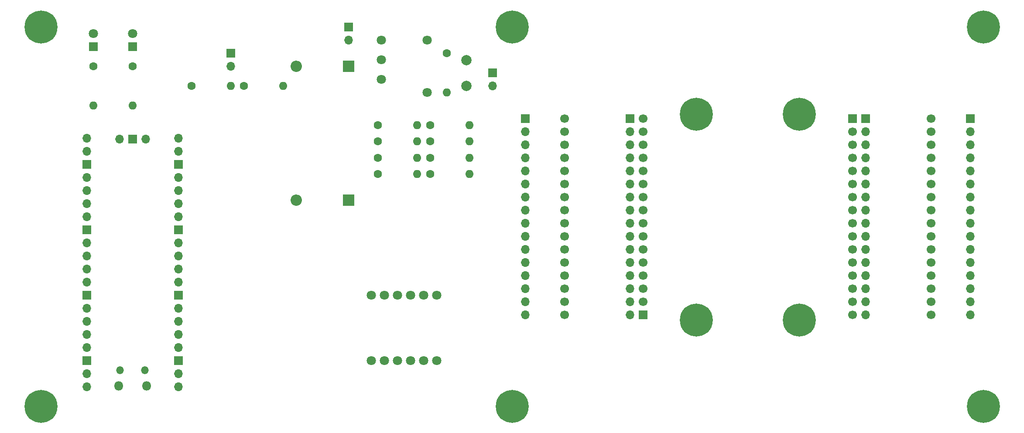
<source format=gbr>
G04 #@! TF.GenerationSoftware,KiCad,Pcbnew,8.0.6*
G04 #@! TF.CreationDate,2025-01-16T18:08:50-08:00*
G04 #@! TF.ProjectId,levitas,6c657669-7461-4732-9e6b-696361645f70,rev?*
G04 #@! TF.SameCoordinates,Original*
G04 #@! TF.FileFunction,Soldermask,Bot*
G04 #@! TF.FilePolarity,Negative*
%FSLAX46Y46*%
G04 Gerber Fmt 4.6, Leading zero omitted, Abs format (unit mm)*
G04 Created by KiCad (PCBNEW 8.0.6) date 2025-01-16 18:08:50*
%MOMM*%
%LPD*%
G01*
G04 APERTURE LIST*
%ADD10C,0.800000*%
%ADD11C,6.400000*%
%ADD12C,1.600000*%
%ADD13O,1.600000X1.600000*%
%ADD14R,1.700000X1.700000*%
%ADD15O,1.700000X1.700000*%
%ADD16C,1.700000*%
%ADD17C,1.800000*%
%ADD18R,1.800000X1.800000*%
%ADD19O,1.800000X1.800000*%
%ADD20O,1.500000X1.500000*%
%ADD21R,2.200000X2.200000*%
%ADD22O,2.200000X2.200000*%
%ADD23C,2.000000*%
G04 APERTURE END LIST*
D10*
G04 #@! TO.C,REF\u002A\u002A*
X238900000Y-132080000D03*
X239602944Y-130382944D03*
X239602944Y-133777056D03*
X241300000Y-129680000D03*
D11*
X241300000Y-132080000D03*
D10*
X241300000Y-134480000D03*
X242997056Y-130382944D03*
X242997056Y-133777056D03*
X243700000Y-132080000D03*
G04 #@! TD*
D12*
G04 #@! TO.C,R2*
X76200000Y-66040000D03*
D13*
X76200000Y-73660000D03*
G04 #@! TD*
D14*
G04 #@! TO.C,JP2*
X146050000Y-67310000D03*
D15*
X146050000Y-69850000D03*
G04 #@! TD*
D12*
G04 #@! TO.C,F4*
X133985000Y-86995000D03*
D13*
X141605000Y-86995000D03*
G04 #@! TD*
D12*
G04 #@! TO.C,F2*
X133985000Y-80645000D03*
D13*
X141605000Y-80645000D03*
G04 #@! TD*
D12*
G04 #@! TO.C,F1*
X133985000Y-77470000D03*
D13*
X141605000Y-77470000D03*
G04 #@! TD*
D12*
G04 #@! TO.C,R8*
X123825000Y-86995000D03*
D13*
X131445000Y-86995000D03*
G04 #@! TD*
D10*
G04 #@! TO.C,REF\u002A\u002A*
X203160000Y-115390000D03*
X203862944Y-113692944D03*
X203862944Y-117087056D03*
X205560000Y-112990000D03*
D11*
X205560000Y-115390000D03*
D10*
X205560000Y-117790000D03*
X207257056Y-113692944D03*
X207257056Y-117087056D03*
X207960000Y-115390000D03*
G04 #@! TD*
G04 #@! TO.C,REF\u002A\u002A*
X183180000Y-75390000D03*
X183882944Y-73692944D03*
X183882944Y-77087056D03*
X185580000Y-72990000D03*
D11*
X185580000Y-75390000D03*
D10*
X185580000Y-77790000D03*
X187277056Y-73692944D03*
X187277056Y-77087056D03*
X187980000Y-75390000D03*
G04 #@! TD*
G04 #@! TO.C,REF\u002A\u002A*
X238900000Y-58420000D03*
X239602944Y-56722944D03*
X239602944Y-60117056D03*
X241300000Y-56020000D03*
D11*
X241300000Y-58420000D03*
D10*
X241300000Y-60820000D03*
X242997056Y-56722944D03*
X242997056Y-60117056D03*
X243700000Y-58420000D03*
G04 #@! TD*
G04 #@! TO.C,REF\u002A\u002A*
X203180000Y-75357056D03*
X203882944Y-73660000D03*
X203882944Y-77054112D03*
X205580000Y-72957056D03*
D11*
X205580000Y-75357056D03*
D10*
X205580000Y-77757056D03*
X207277056Y-73660000D03*
X207277056Y-77054112D03*
X207980000Y-75357056D03*
G04 #@! TD*
D14*
G04 #@! TO.C,J2*
X215900000Y-76200000D03*
D16*
X215900000Y-78740000D03*
X215900000Y-81280000D03*
X215900000Y-83820000D03*
X215900000Y-86360000D03*
X215900000Y-88900000D03*
X215900000Y-91440000D03*
X215900000Y-93980000D03*
X215900000Y-96520000D03*
X215900000Y-99060000D03*
X215900000Y-101600000D03*
X215900000Y-104140000D03*
X215900000Y-106680000D03*
X215900000Y-109220000D03*
X215900000Y-111760000D03*
X215900000Y-114300000D03*
X231140000Y-114300000D03*
X231140000Y-111760000D03*
X231140000Y-109220000D03*
X231140000Y-106680000D03*
X231140000Y-104140000D03*
X231140000Y-101600000D03*
X231140000Y-99060000D03*
X231140000Y-96520000D03*
X231140000Y-93980000D03*
X231140000Y-91440000D03*
X231140000Y-88900000D03*
X231140000Y-86360000D03*
X231140000Y-83820000D03*
X231140000Y-81280000D03*
X231140000Y-78740000D03*
X231140000Y-76200000D03*
G04 #@! TD*
D10*
G04 #@! TO.C,REF\u002A\u002A*
X56020000Y-58420000D03*
X56722944Y-56722944D03*
X56722944Y-60117056D03*
X58420000Y-56020000D03*
D11*
X58420000Y-58420000D03*
D10*
X58420000Y-60820000D03*
X60117056Y-56722944D03*
X60117056Y-60117056D03*
X60820000Y-58420000D03*
G04 #@! TD*
D14*
G04 #@! TO.C,JP5*
X95250000Y-63500000D03*
D15*
X95250000Y-66040000D03*
G04 #@! TD*
D14*
G04 #@! TO.C,J1*
X175260000Y-114300000D03*
D16*
X175260000Y-111760000D03*
X175260000Y-109220000D03*
X175260000Y-106680000D03*
X175260000Y-104140000D03*
X175260000Y-101600000D03*
X175260000Y-99060000D03*
X175260000Y-96520000D03*
X175260000Y-93980000D03*
X175260000Y-91440000D03*
X175260000Y-88900000D03*
X175260000Y-86360000D03*
X175260000Y-83820000D03*
X175260000Y-81280000D03*
X175260000Y-78740000D03*
X175260000Y-76200000D03*
X160020000Y-76200000D03*
X160020000Y-78740000D03*
X160020000Y-81280000D03*
X160020000Y-83820000D03*
X160020000Y-86360000D03*
X160020000Y-88900000D03*
X160020000Y-91440000D03*
X160020000Y-93980000D03*
X160020000Y-96520000D03*
X160020000Y-99060000D03*
X160020000Y-101600000D03*
X160020000Y-104140000D03*
X160020000Y-106680000D03*
X160020000Y-109220000D03*
X160020000Y-111760000D03*
X160020000Y-114300000D03*
G04 #@! TD*
D10*
G04 #@! TO.C,REF\u002A\u002A*
X56020000Y-132080000D03*
X56722944Y-130382944D03*
X56722944Y-133777056D03*
X58420000Y-129680000D03*
D11*
X58420000Y-132080000D03*
D10*
X58420000Y-134480000D03*
X60117056Y-130382944D03*
X60117056Y-133777056D03*
X60820000Y-132080000D03*
G04 #@! TD*
D14*
G04 #@! TO.C,J4*
X172720000Y-76200000D03*
D15*
X172720000Y-78740000D03*
X172720000Y-81280000D03*
X172720000Y-83820000D03*
X172720000Y-86360000D03*
X172720000Y-88900000D03*
X172720000Y-91440000D03*
X172720000Y-93980000D03*
X172720000Y-96520000D03*
X172720000Y-99060000D03*
X172720000Y-101600000D03*
X172720000Y-104140000D03*
X172720000Y-106680000D03*
X172720000Y-109220000D03*
X172720000Y-111760000D03*
X172720000Y-114300000D03*
G04 #@! TD*
D14*
G04 #@! TO.C,J6*
X238760000Y-76200000D03*
D15*
X238760000Y-78740000D03*
X238760000Y-81280000D03*
X238760000Y-83820000D03*
X238760000Y-86360000D03*
X238760000Y-88900000D03*
X238760000Y-91440000D03*
X238760000Y-93980000D03*
X238760000Y-96520000D03*
X238760000Y-99060000D03*
X238760000Y-101600000D03*
X238760000Y-104140000D03*
X238760000Y-106680000D03*
X238760000Y-109220000D03*
X238760000Y-111760000D03*
X238760000Y-114300000D03*
G04 #@! TD*
D17*
G04 #@! TO.C,U5*
X122555000Y-110490000D03*
X125095000Y-110490000D03*
X127635000Y-110490000D03*
X130175000Y-110490000D03*
X132715000Y-110490000D03*
X135255000Y-110490000D03*
X122555000Y-123190000D03*
X125095000Y-123190000D03*
X127635000Y-123190000D03*
X130175000Y-123190000D03*
X132715000Y-123190000D03*
X135255000Y-123190000D03*
G04 #@! TD*
D14*
G04 #@! TO.C,JP4*
X118110000Y-58420000D03*
D15*
X118110000Y-60960000D03*
G04 #@! TD*
D12*
G04 #@! TO.C,F3*
X133985000Y-83820000D03*
D13*
X141605000Y-83820000D03*
G04 #@! TD*
D12*
G04 #@! TO.C,R4*
X97790000Y-69850000D03*
D13*
X105410000Y-69850000D03*
G04 #@! TD*
D14*
G04 #@! TO.C,J5*
X218440000Y-76200000D03*
D15*
X218440000Y-78740000D03*
X218440000Y-81280000D03*
X218440000Y-83820000D03*
X218440000Y-86360000D03*
X218440000Y-88900000D03*
X218440000Y-91440000D03*
X218440000Y-93980000D03*
X218440000Y-96520000D03*
X218440000Y-99060000D03*
X218440000Y-101600000D03*
X218440000Y-104140000D03*
X218440000Y-106680000D03*
X218440000Y-109220000D03*
X218440000Y-111760000D03*
X218440000Y-114300000D03*
G04 #@! TD*
D12*
G04 #@! TO.C,R3*
X137160000Y-63500000D03*
D13*
X137160000Y-71120000D03*
G04 #@! TD*
D18*
G04 #@! TO.C,D4*
X68580000Y-62230000D03*
D17*
X68580000Y-59690000D03*
G04 #@! TD*
D18*
G04 #@! TO.C,D1*
X76200000Y-62230000D03*
D17*
X76200000Y-59690000D03*
G04 #@! TD*
D10*
G04 #@! TO.C,REF\u002A\u002A*
X147460000Y-58420000D03*
X148162944Y-56722944D03*
X148162944Y-60117056D03*
X149860000Y-56020000D03*
D11*
X149860000Y-58420000D03*
D10*
X149860000Y-60820000D03*
X151557056Y-56722944D03*
X151557056Y-60117056D03*
X152260000Y-58420000D03*
G04 #@! TD*
D17*
G04 #@! TO.C,U3*
X124460000Y-60960000D03*
X124460000Y-64770000D03*
X133350000Y-60960000D03*
X133350000Y-71120000D03*
X124460000Y-68580000D03*
G04 #@! TD*
D12*
G04 #@! TO.C,R1*
X87630000Y-69850000D03*
D13*
X95250000Y-69850000D03*
G04 #@! TD*
D12*
G04 #@! TO.C,R6*
X123825000Y-80645000D03*
D13*
X131445000Y-80645000D03*
G04 #@! TD*
D10*
G04 #@! TO.C,REF\u002A\u002A*
X183180000Y-115390000D03*
X183882944Y-113692944D03*
X183882944Y-117087056D03*
X185580000Y-112990000D03*
D11*
X185580000Y-115390000D03*
D10*
X185580000Y-117790000D03*
X187277056Y-113692944D03*
X187277056Y-117087056D03*
X187980000Y-115390000D03*
G04 #@! TD*
G04 #@! TO.C,REF\u002A\u002A*
X147460000Y-132080000D03*
X148162944Y-130382944D03*
X148162944Y-133777056D03*
X149860000Y-129680000D03*
D11*
X149860000Y-132080000D03*
D10*
X149860000Y-134480000D03*
X151557056Y-130382944D03*
X151557056Y-133777056D03*
X152260000Y-132080000D03*
G04 #@! TD*
D19*
G04 #@! TO.C,U1*
X78925000Y-128140000D03*
D20*
X78625000Y-125110000D03*
X73775000Y-125110000D03*
D19*
X73475000Y-128140000D03*
D15*
X85090000Y-128270000D03*
X85090000Y-125730000D03*
D14*
X85090000Y-123190000D03*
D15*
X85090000Y-120650000D03*
X85090000Y-118110000D03*
X85090000Y-115570000D03*
X85090000Y-113030000D03*
D14*
X85090000Y-110490000D03*
D15*
X85090000Y-107950000D03*
X85090000Y-105410000D03*
X85090000Y-102870000D03*
X85090000Y-100330000D03*
D14*
X85090000Y-97790000D03*
D15*
X85090000Y-95250000D03*
X85090000Y-92710000D03*
X85090000Y-90170000D03*
X85090000Y-87630000D03*
D14*
X85090000Y-85090000D03*
D15*
X85090000Y-82550000D03*
X85090000Y-80010000D03*
X67310000Y-80010000D03*
X67310000Y-82550000D03*
D14*
X67310000Y-85090000D03*
D15*
X67310000Y-87630000D03*
X67310000Y-90170000D03*
X67310000Y-92710000D03*
X67310000Y-95250000D03*
D14*
X67310000Y-97790000D03*
D15*
X67310000Y-100330000D03*
X67310000Y-102870000D03*
X67310000Y-105410000D03*
X67310000Y-107950000D03*
D14*
X67310000Y-110490000D03*
D15*
X67310000Y-113030000D03*
X67310000Y-115570000D03*
X67310000Y-118110000D03*
X67310000Y-120650000D03*
D14*
X67310000Y-123190000D03*
D15*
X67310000Y-125730000D03*
X67310000Y-128270000D03*
X78740000Y-80240000D03*
D14*
X76200000Y-80240000D03*
D15*
X73660000Y-80240000D03*
G04 #@! TD*
D21*
G04 #@! TO.C,D3*
X118110000Y-92075000D03*
D22*
X107950000Y-92075000D03*
G04 #@! TD*
D12*
G04 #@! TO.C,R5*
X123825000Y-77470000D03*
D13*
X131445000Y-77470000D03*
G04 #@! TD*
D14*
G04 #@! TO.C,J3*
X152400000Y-76200000D03*
D15*
X152400000Y-78740000D03*
X152400000Y-81280000D03*
X152400000Y-83820000D03*
X152400000Y-86360000D03*
X152400000Y-88900000D03*
X152400000Y-91440000D03*
X152400000Y-93980000D03*
X152400000Y-96520000D03*
X152400000Y-99060000D03*
X152400000Y-101600000D03*
X152400000Y-104140000D03*
X152400000Y-106680000D03*
X152400000Y-109220000D03*
X152400000Y-111760000D03*
X152400000Y-114300000D03*
G04 #@! TD*
D12*
G04 #@! TO.C,R9*
X68580000Y-66040000D03*
D13*
X68580000Y-73660000D03*
G04 #@! TD*
D21*
G04 #@! TO.C,D2*
X118110000Y-66040000D03*
D22*
X107950000Y-66040000D03*
G04 #@! TD*
D12*
G04 #@! TO.C,R7*
X123825000Y-83820000D03*
D13*
X131445000Y-83820000D03*
G04 #@! TD*
D23*
G04 #@! TO.C,C4*
X140970000Y-64850000D03*
X140970000Y-69850000D03*
G04 #@! TD*
M02*

</source>
